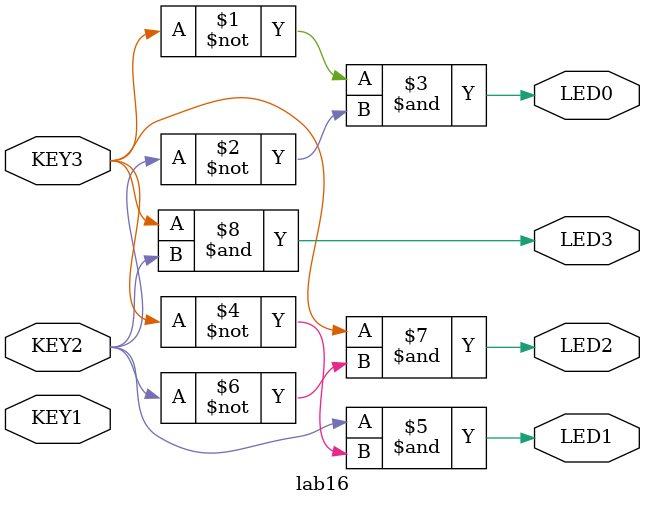
<source format=v>


module lab16(
    input KEY1,
    input KEY2,
	 input KEY3,
    output LED0,
    output LED1,
    output LED2,
    output LED3
    );
 
assign LED0 = (~KEY3) & (~KEY2);
assign LED1 = KEY2 & (~KEY3);
assign LED2 = KEY3 & (~KEY2);
assign LED3 = KEY3 & KEY2;
 
endmodule
</source>
